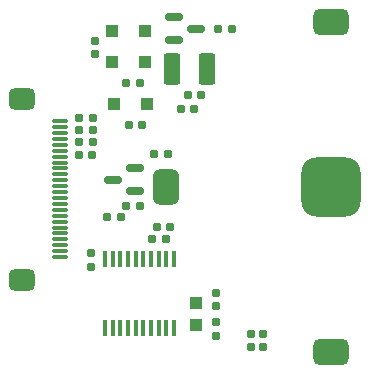
<source format=gbr>
%TF.GenerationSoftware,KiCad,Pcbnew,(6.0.1)*%
%TF.CreationDate,2022-10-12T14:33:58-04:00*%
%TF.ProjectId,DeathClock,44656174-6843-46c6-9f63-6b2e6b696361,rev?*%
%TF.SameCoordinates,Original*%
%TF.FileFunction,Paste,Top*%
%TF.FilePolarity,Positive*%
%FSLAX46Y46*%
G04 Gerber Fmt 4.6, Leading zero omitted, Abs format (unit mm)*
G04 Created by KiCad (PCBNEW (6.0.1)) date 2022-10-12 14:33:58*
%MOMM*%
%LPD*%
G01*
G04 APERTURE LIST*
G04 Aperture macros list*
%AMRoundRect*
0 Rectangle with rounded corners*
0 $1 Rounding radius*
0 $2 $3 $4 $5 $6 $7 $8 $9 X,Y pos of 4 corners*
0 Add a 4 corners polygon primitive as box body*
4,1,4,$2,$3,$4,$5,$6,$7,$8,$9,$2,$3,0*
0 Add four circle primitives for the rounded corners*
1,1,$1+$1,$2,$3*
1,1,$1+$1,$4,$5*
1,1,$1+$1,$6,$7*
1,1,$1+$1,$8,$9*
0 Add four rect primitives between the rounded corners*
20,1,$1+$1,$2,$3,$4,$5,0*
20,1,$1+$1,$4,$5,$6,$7,0*
20,1,$1+$1,$6,$7,$8,$9,0*
20,1,$1+$1,$8,$9,$2,$3,0*%
G04 Aperture macros list end*
%ADD10RoundRect,0.075000X-0.575000X0.075000X-0.575000X-0.075000X0.575000X-0.075000X0.575000X0.075000X0*%
%ADD11RoundRect,0.450000X-0.650000X0.450000X-0.650000X-0.450000X0.650000X-0.450000X0.650000X0.450000X0*%
%ADD12RoundRect,0.155000X0.212500X0.155000X-0.212500X0.155000X-0.212500X-0.155000X0.212500X-0.155000X0*%
%ADD13RoundRect,0.150000X-0.587500X-0.150000X0.587500X-0.150000X0.587500X0.150000X-0.587500X0.150000X0*%
%ADD14R,0.355600X1.473200*%
%ADD15RoundRect,0.155000X0.155000X-0.212500X0.155000X0.212500X-0.155000X0.212500X-0.155000X-0.212500X0*%
%ADD16R,1.100000X1.050000*%
%ADD17RoundRect,0.155000X-0.212500X-0.155000X0.212500X-0.155000X0.212500X0.155000X-0.212500X0.155000X0*%
%ADD18RoundRect,0.160000X0.197500X0.160000X-0.197500X0.160000X-0.197500X-0.160000X0.197500X-0.160000X0*%
%ADD19RoundRect,0.562500X0.937500X0.562500X-0.937500X0.562500X-0.937500X-0.562500X0.937500X-0.562500X0*%
%ADD20RoundRect,0.562500X-0.562500X0.937500X-0.562500X-0.937500X0.562500X-0.937500X0.562500X0.937500X0*%
%ADD21RoundRect,1.250000X-1.250000X1.250000X-1.250000X-1.250000X1.250000X-1.250000X1.250000X1.250000X0*%
%ADD22RoundRect,0.150000X0.587500X0.150000X-0.587500X0.150000X-0.587500X-0.150000X0.587500X-0.150000X0*%
%ADD23RoundRect,0.155000X-0.155000X0.212500X-0.155000X-0.212500X0.155000X-0.212500X0.155000X0.212500X0*%
%ADD24R,1.100000X1.100000*%
%ADD25RoundRect,0.250001X0.462499X1.074999X-0.462499X1.074999X-0.462499X-1.074999X0.462499X-1.074999X0*%
G04 APERTURE END LIST*
D10*
%TO.C,J2*%
X123030000Y-91150000D03*
X123030000Y-90650000D03*
X123030000Y-90150000D03*
X123030000Y-89650000D03*
X123030000Y-89150000D03*
X123030000Y-88650000D03*
X123030000Y-88150000D03*
X123030000Y-87650000D03*
X123030000Y-87150000D03*
X123030000Y-86650000D03*
X123030000Y-86150000D03*
X123030000Y-85650000D03*
X123030000Y-85150000D03*
X123030000Y-84650000D03*
X123030000Y-84150000D03*
X123030000Y-83650000D03*
X123030000Y-83150000D03*
X123030000Y-82650000D03*
X123030000Y-82150000D03*
X123030000Y-81650000D03*
X123030000Y-81150000D03*
X123030000Y-80650000D03*
X123030000Y-80150000D03*
X123030000Y-79650000D03*
D11*
X119780000Y-93050000D03*
X119780000Y-77750000D03*
%TD*%
D12*
%TO.C,C16*%
X132367500Y-88600000D03*
X131232500Y-88600000D03*
%TD*%
D13*
%TO.C,Q2*%
X132662500Y-70850000D03*
X132662500Y-72750000D03*
X134537500Y-71800000D03*
%TD*%
D14*
%TO.C,U1*%
X132675000Y-91329000D03*
X132024999Y-91329000D03*
X131375001Y-91329000D03*
X130724999Y-91329000D03*
X130075001Y-91329000D03*
X129425002Y-91329000D03*
X128775001Y-91329000D03*
X128125002Y-91329000D03*
X127475001Y-91329000D03*
X126825002Y-91329000D03*
X126825000Y-97171000D03*
X127474998Y-97171000D03*
X128124999Y-97171000D03*
X128774998Y-97171000D03*
X129424999Y-97171000D03*
X130074998Y-97171000D03*
X130724999Y-97171000D03*
X131374998Y-97171000D03*
X132024999Y-97171000D03*
X132674998Y-97171000D03*
%TD*%
D15*
%TO.C,C13*%
X139200000Y-98767500D03*
X139200000Y-97632500D03*
%TD*%
D16*
%TO.C,Y1*%
X134500000Y-96925000D03*
X134500000Y-95075000D03*
%TD*%
D17*
%TO.C,C2*%
X133832500Y-77400000D03*
X134967500Y-77400000D03*
%TD*%
D18*
%TO.C,R2*%
X129797500Y-86800000D03*
X128602500Y-86800000D03*
%TD*%
D15*
%TO.C,C14*%
X140200000Y-98767500D03*
X140200000Y-97632500D03*
%TD*%
D17*
%TO.C,C9*%
X124632500Y-79400000D03*
X125767500Y-79400000D03*
%TD*%
D18*
%TO.C,R4*%
X132197500Y-82400000D03*
X131002500Y-82400000D03*
%TD*%
D19*
%TO.C,BAT1*%
X146000000Y-71230000D03*
D20*
X132030000Y-85200000D03*
D19*
X146000000Y-99170000D03*
D21*
X146000000Y-85200000D03*
%TD*%
D12*
%TO.C,C15*%
X131967500Y-89600000D03*
X130832500Y-89600000D03*
%TD*%
D22*
%TO.C,Q1*%
X129337500Y-85550000D03*
X129337500Y-83650000D03*
X127462500Y-84600000D03*
%TD*%
D23*
%TO.C,C5*%
X126000000Y-72832500D03*
X126000000Y-73967500D03*
%TD*%
D12*
%TO.C,C4*%
X129967500Y-80000000D03*
X128832500Y-80000000D03*
%TD*%
D23*
%TO.C,C11*%
X136250000Y-94182500D03*
X136250000Y-95317500D03*
%TD*%
D18*
%TO.C,R1*%
X137597500Y-71800000D03*
X136402500Y-71800000D03*
%TD*%
D24*
%TO.C,D2*%
X127600000Y-78200000D03*
X130400000Y-78200000D03*
%TD*%
D15*
%TO.C,C6*%
X125600000Y-91967500D03*
X125600000Y-90832500D03*
%TD*%
D17*
%TO.C,C10*%
X124632500Y-81400000D03*
X125767500Y-81400000D03*
%TD*%
D18*
%TO.C,R3*%
X128197500Y-87800000D03*
X127002500Y-87800000D03*
%TD*%
D17*
%TO.C,C7*%
X124582500Y-82520000D03*
X125717500Y-82520000D03*
%TD*%
%TO.C,C1*%
X133232500Y-78600000D03*
X134367500Y-78600000D03*
%TD*%
D25*
%TO.C,L1*%
X135487500Y-75200000D03*
X132512500Y-75200000D03*
%TD*%
D12*
%TO.C,C3*%
X129767500Y-76400000D03*
X128632500Y-76400000D03*
%TD*%
D24*
%TO.C,D3*%
X130200000Y-74600000D03*
X127400000Y-74600000D03*
%TD*%
D15*
%TO.C,C12*%
X136250000Y-97817500D03*
X136250000Y-96682500D03*
%TD*%
D24*
%TO.C,D1*%
X127400000Y-72000000D03*
X130200000Y-72000000D03*
%TD*%
D17*
%TO.C,C8*%
X124632500Y-80400000D03*
X125767500Y-80400000D03*
%TD*%
M02*

</source>
